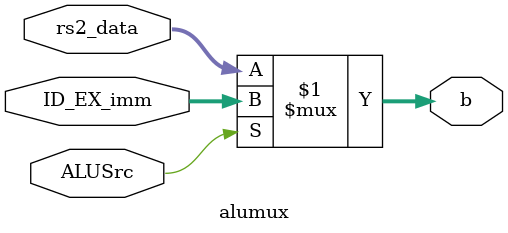
<source format=v>
module alumux(ALUSrc, rs2_data, ID_EX_imm, b);

input ALUSrc;
input [31:0] rs2_data, ID_EX_imm;
output [31:0] b;

assign b = ALUSrc ? ID_EX_imm : rs2_data;

endmodule
</source>
